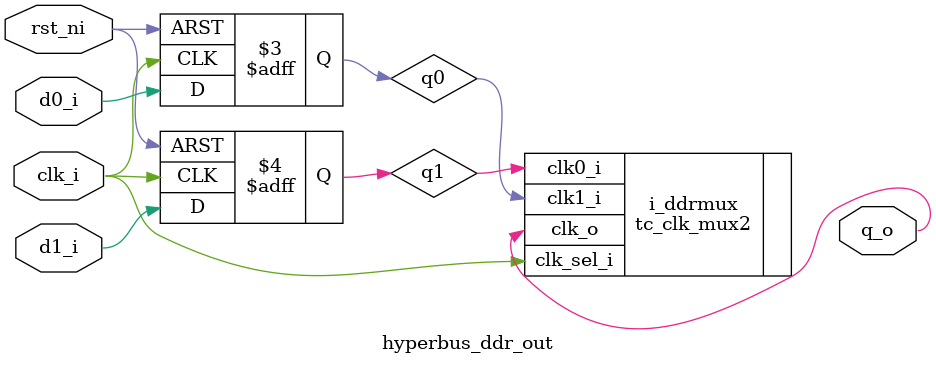
<source format=sv>


// Author: Armin Berger <bergerar@ethz.ch>
// Author: Stephan Keck <kecks@ethz.ch>

module hyperbus_ddr_out #(
    parameter logic Init = 1'b0
)(
    input  logic clk_i,
    input  logic rst_ni,
    input  logic d0_i,
    input  logic d1_i,
    output logic q_o
);
    logic q0;
    logic q1;

`ifdef FPGA_EMUL
       always_comb
      begin
        if(clk_i == 1'b0)
           q_o = q1;
        else
           q_o = q0;
      end
`else
    tc_clk_mux2 i_ddrmux (
        .clk_o     ( q_o   ),
        .clk0_i    ( q1    ),
        .clk1_i    ( q0    ),
        .clk_sel_i ( clk_i )
    );
`endif // !`ifdef FPGA_EMUL
   
    always_ff @(posedge clk_i or negedge rst_ni) begin
        if (~rst_ni) begin
            q0 <= Init;
            q1 <= Init;
        end else begin
            q0 <= d0_i;
            q1 <= d1_i;
        end
    end

endmodule

</source>
